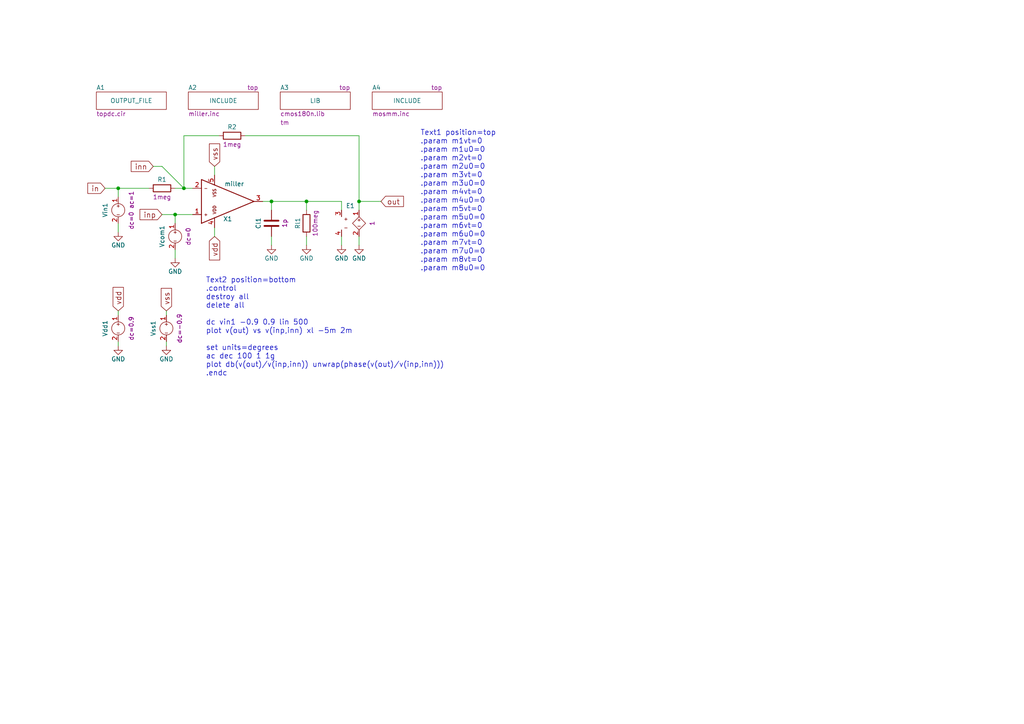
<source format=kicad_sch>
(kicad_sch (version 20211123) (generator eeschema)
  (paper "A4")
  (lib_symbols
    (symbol "power:GND" (power) (pin_names (offset 0))
      (property "Value" "GND" (at 0 -3.81 0))
      (symbol "GND_0_1"
        (polyline (pts (xy 0 0) (xy 0 -1.27) (xy 1.27 -1.27) (xy 0 -2.54) (xy -1.27 -1.27) (xy 0 -1.27)))
      )
      (symbol "GND_1_1"
        (pin power_in line (at 0 0 270) (length 0) hide (name "GND") (number "1"))
      )
    )
    (symbol "pyopus:CAP" (pin_numbers hide) (pin_names (offset 0.254))
      (property "Reference" "C" (at -3.81 0 90))
      (property "c" "<capacitance>" (at 3.81 0 90))
      (symbol "CAP_0_1"
        (polyline (pts (xy -2.032 -0.762) (xy 2.032 -0.762)) (stroke (width 0.508)))
        (polyline (pts (xy -2.032 0.762) (xy 2.032 0.762)) (stroke (width 0.508)))
      )
      (symbol "CAP_1_1"
        (pin passive line (at 0 3.81 270) (length 2.794) (name "~") (number "1"))
        (pin passive line (at 0 -3.81 90) (length 2.794) (name "~") (number "2"))
      )
    )
    (symbol "pyopus:INCLUDE" (pin_names (offset 1.016))
      (property "Reference" "A" (at -10.16 1.27 0))
      (property "Value" "INCLUDE" (at 0 -2.54 0))
      (property "Filename" "<file name>" (at -10.16 -6.35 0))
      (property "Position" "top" (at 10.16 1.27 0))
      (symbol "INCLUDE_0_1"
        (rectangle (start -10.16 0) (end 10.16 -5.08))
      )
    )
    (symbol "pyopus:LIB" (pin_names (offset 1.016))
      (property "Reference" "A" (at -10.16 1.27 0))
      (property "Value" "LIB" (at 0 -2.54 0))
      (property "Filename" "<file name>" (at -10.16 -6.35 0))
      (property "Section" "<section>" (at -10.16 -8.89 0))
      (property "Position" "top" (at 10.16 1.27 0))
      (symbol "LIB_0_1"
        (rectangle (start -10.16 0) (end 10.16 -5.08))
      )
    )
    (symbol "pyopus:OPAMP" (pin_names hide)
      (property "Reference" "X" (at 0 5.08 0))
      (property "Value" "OPAMP" (at 1.905 -5.08 0))
      (symbol "OPAMP_0_0"
        (text "+" (at -6.985 3.81 0) (effects (font (size 0.889 0.889)) (justify left)))
        (text "-" (at -6.985 -3.81 0) (effects (font (size 0.889 0.889)) (justify left)))
        (text "VDD" (at -3.81 3.81 900) (effects (font (size 0.889 0.889)) (justify right)))
        (text "VSS" (at -3.81 -3.81 900) (effects (font (size 0.889 0.889)) (justify left)))
      )
      (symbol "OPAMP_0_1"
        (polyline (pts (xy -7.62 6.35) (xy -7.62 -6.35) (xy 7.62 0) (xy -7.62 6.35)) (stroke (width 0.254)))
      )
      (symbol "OPAMP_1_1"
        (pin input line (at -10.16 3.81 0) (length 2.54) (name "+") (number "1"))
        (pin input line (at -10.16 -3.81 0) (length 2.54) (name "-") (number "2"))
        (pin output line (at 10.16 0 180) (length 2.54) (name "out") (number "3"))
        (pin input line (at -3.81 7.62 270) (length 2.921) (name "vdd") (number "4"))
        (pin input line (at -3.81 -7.62 90) (length 2.921) (name "vss") (number "5"))
      )
    )
    (symbol "pyopus:OUTPUT_FILE" (pin_names (offset 1.016))
      (property "Reference" "A" (at -10.16 1.27 0))
      (property "Value" "OUTPUT_FILE" (at 0 -2.54 0))
      (property "Name" "<file name>" (at -10.16 -6.35 0))
      (symbol "OUTPUT_FILE_0_1"
        (rectangle (start -10.16 0) (end 10.16 -5.08))
      )
    )
    (symbol "pyopus:RES" (pin_numbers hide) (pin_names (offset 0))
      (property "Reference" "R" (at -2.54 0 90))
      (property "r" "<resistance>" (at 2.54 0 90))
      (symbol "RES_0_1"
        (rectangle (start -1.016 -2.54) (end 1.016 2.54) (stroke (width 0.254)))
      )
      (symbol "RES_1_1"
        (pin passive line (at 0 3.81 270) (length 1.27) (name "~") (number "1"))
        (pin passive line (at 0 -3.81 90) (length 1.27) (name "~") (number "2"))
      )
    )
    (symbol "pyopus:VCVS" (pin_names (offset 0) hide)
      (property "Reference" "E" (at 0 5.08 0))
      (property "gain" "<gain>" (at 6.35 0 90))
      (symbol "VCVS_0_0"
        (polyline (pts (xy 2.54 1.905) (xy 0.635 0) (xy 2.54 -1.905) (xy 4.445 0) (xy 2.54 1.905)) (stroke (width 0.1524)))
        (text "+" (at -1.27 1.27 0) (effects (font (size 0.9906 0.9906))))
        (text "+" (at 2.54 1.016 0) (effects (font (size 0.9906 0.9906))))
        (text "-" (at -1.27 -1.27 0) (effects (font (size 0.9906 0.9906))))
        (text "-" (at 2.54 -0.762 0) (effects (font (size 0.9906 0.9906))))
      )
      (symbol "VCVS_1_1"
        (pin passive line (at 2.54 3.81 270) (length 1.905) (name "P") (number "1"))
        (pin power_out line (at 2.54 -3.81 90) (length 1.905) (name "N") (number "2"))
        (pin input line (at -2.54 3.81 270) (length 1.905) (name "CP") (number "3"))
        (pin input line (at -2.54 -3.81 90) (length 1.905) (name "CN") (number "4"))
      )
    )
    (symbol "pyopus:VSRC" (pin_names (offset 0) hide)
      (property "Reference" "V" (at -3.81 0 90))
      (property "Specification" "dc=0" (at 3.81 0 90))
      (symbol "VSRC_0_0"
        (circle (center 0 0) (radius 1.905) (stroke (width 0.1524)))
        (text "+" (at 0 1.27 0) (effects (font (size 0.9906 0.9906))))
        (text "-" (at 0 -1.27 0) (effects (font (size 0.9906 0.9906))))
      )
      (symbol "VSRC_1_1"
        (pin passive line (at 0 3.81 270) (length 1.905) (name "P") (number "1"))
        (pin power_out line (at 0 -3.81 90) (length 1.905) (name "N") (number "2"))
      )
    )
  )
  (junction (at 104.14 58.42))
  (junction (at 50.8 62.23))
  (junction (at 34.29 54.61))
  (junction (at 53.34 54.61))
  (junction (at 88.9 58.42))
  (junction (at 78.74 58.42))
  (wire (pts (xy 88.9 58.42) (xy 99.06 58.42)))
  (wire (pts (xy 76.2 58.42) (xy 78.74 58.42)))
  (wire (pts (xy 46.99 48.26) (xy 44.45 48.26)))
  (wire (pts (xy 104.14 58.42) (xy 110.49 58.42)))
  (wire (pts (xy 53.34 54.61) (xy 55.88 54.61)))
  (wire (pts (xy 50.8 54.61) (xy 53.34 54.61)))
  (wire (pts (xy 34.29 57.15) (xy 34.29 54.61)))
  (wire (pts (xy 88.9 68.58) (xy 88.9 71.12)))
  (wire (pts (xy 48.26 99.06) (xy 48.26 100.33)))
  (wire (pts (xy 104.14 58.42) (xy 104.14 60.96)))
  (wire (pts (xy 53.34 39.37) (xy 63.5 39.37)))
  (wire (pts (xy 62.23 66.04) (xy 62.23 68.58)))
  (wire (pts (xy 50.8 62.23) (xy 55.88 62.23)))
  (wire (pts (xy 34.29 99.06) (xy 34.29 100.33)))
  (wire (pts (xy 71.12 39.37) (xy 104.14 39.37)))
  (wire (pts (xy 53.34 54.61) (xy 46.99 48.26)))
  (wire (pts (xy 34.29 54.61) (xy 43.18 54.61)))
  (wire (pts (xy 78.74 58.42) (xy 88.9 58.42)))
  (wire (pts (xy 62.23 50.8) (xy 62.23 48.26)))
  (wire (pts (xy 30.48 54.61) (xy 34.29 54.61)))
  (wire (pts (xy 88.9 58.42) (xy 88.9 60.96)))
  (wire (pts (xy 104.14 39.37) (xy 104.14 58.42)))
  (wire (pts (xy 78.74 71.12) (xy 78.74 68.58)))
  (wire (pts (xy 99.06 58.42) (xy 99.06 60.96)))
  (wire (pts (xy 46.99 62.23) (xy 50.8 62.23)))
  (wire (pts (xy 50.8 62.23) (xy 50.8 64.77)))
  (wire (pts (xy 99.06 68.58) (xy 99.06 71.12)))
  (wire (pts (xy 53.34 39.37) (xy 53.34 54.61)))
  (wire (pts (xy 50.8 72.39) (xy 50.8 74.93)))
  (wire (pts (xy 78.74 60.96) (xy 78.74 58.42)))
  (wire (pts (xy 104.14 68.58) (xy 104.14 71.12)))
  (wire (pts (xy 34.29 64.77) (xy 34.29 67.31)))
  (wire (pts (xy 34.29 91.44) (xy 34.29 90.17)))
  (wire (pts (xy 48.26 91.44) (xy 48.26 90.17)))
  (text "Text1 position=top\n.param m1vt=0\n.param m1u0=0\n.param m2vt=0\n.param m2u0=0\n.param m3vt=0\n.param m3u0=0\n.param m4vt=0\n.param m4u0=0\n.param m5vt=0\n.param m5u0=0\n.param m6vt=0\n.param m6u0=0\n.param m7vt=0\n.param m7u0=0\n.param m8vt=0\n.param m8u0=0\n" (at 121.92 78.74 0) (effects (font (size 1.524 1.524)) (justify left bottom)))
  (text "Text2 position=bottom\n.control\ndestroy all\ndelete all\n\ndc vin1 -0.9 0.9 lin 500\nplot v(out) vs v(inp,inn) xl -5m 2m\n\nset units=degrees\nac dec 100 1 1g\nplot db(v(out)/v(inp,inn)) unwrap(phase(v(out)/v(inp,inn)))\n.endc\n" (at 59.69 109.22 0) (effects (font (size 1.524 1.524)) (justify left bottom)))
  (global_label "vdd" (shape input) (at 62.23 68.58 270) (effects (font (size 1.524 1.524))) (property "Intersheet References" "${INTERSHEET_REFS}" (effects hide)))
  (global_label "vss" (shape input) (at 62.23 48.26 90) (effects (font (size 1.524 1.524))) (property "Intersheet References" "${INTERSHEET_REFS}" (effects hide)))
  (global_label "in" (shape input) (at 30.48 54.61 180) (effects (font (size 1.524 1.524))) (property "Intersheet References" "${INTERSHEET_REFS}" (effects hide)))
  (global_label "inp" (shape input) (at 46.99 62.23 180) (effects (font (size 1.524 1.524))) (property "Intersheet References" "${INTERSHEET_REFS}" (effects hide)))
  (global_label "out" (shape input) (at 110.49 58.42 0) (effects (font (size 1.524 1.524))) (property "Intersheet References" "${INTERSHEET_REFS}" (effects hide)))
  (global_label "vdd" (shape input) (at 34.29 90.17 90) (effects (font (size 1.524 1.524))) (property "Intersheet References" "${INTERSHEET_REFS}" (effects hide)))
  (global_label "inn" (shape input) (at 44.45 48.26 180) (effects (font (size 1.524 1.524))) (property "Intersheet References" "${INTERSHEET_REFS}" (effects hide)))
  (global_label "vss" (shape input) (at 48.26 90.17 90) (effects (font (size 1.524 1.524))) (property "Intersheet References" "${INTERSHEET_REFS}" (effects hide)))
  (symbol (lib_id "pyopus:OPAMP") (at 66.04 58.42 0) (mirror x) (unit 1)
    (property "Reference" "X1" (at 66.04 63.5 0))
    (property "Value" "miller" (at 67.945 53.34 0))
  )
  (symbol (lib_id "pyopus:VSRC") (at 48.26 95.25 0) (unit 1)
    (property "Reference" "Vss1" (at 44.45 95.25 90))
    (property "Value" "VSRC" (effects hide))
    (property "Specification" "dc=-0.9" (at 52.07 95.25 90))
  )
  (symbol (lib_id "pyopus:VSRC") (at 34.29 95.25 0) (unit 1)
    (property "Reference" "Vdd1" (at 30.48 95.25 90))
    (property "Value" "VSRC" (effects hide))
    (property "Specification" "dc=0.9" (at 38.1 95.25 90))
  )
  (symbol (lib_id "pyopus:RES") (at 67.31 39.37 270) (unit 1)
    (property "Reference" "R2" (at 67.31 36.83 90))
    (property "Value" "RES" (effects hide))
    (property "r" "1meg" (at 67.31 41.91 90))
  )
  (symbol (lib_id "pyopus:RES") (at 46.99 54.61 270) (unit 1)
    (property "Reference" "R1" (at 46.99 52.07 90))
    (property "Value" "RES" (effects hide))
    (property "r" "1meg" (at 46.99 57.15 90))
  )
  (symbol (lib_id "pyopus:VSRC") (at 50.8 68.58 0) (unit 1)
    (property "Reference" "Vcom1" (at 46.99 68.58 90))
    (property "Value" "VSRC" (effects hide))
    (property "Specification" "dc=0" (at 54.61 68.58 90))
  )
  (symbol (lib_id "power:GND") (at 48.26 100.33 0) (unit 1)
    (property "Reference" "#PWR01" (effects hide))
    (property "Value" "GND" (at 48.26 104.14 0))
  )
  (symbol (lib_id "power:GND") (at 34.29 100.33 0) (unit 1)
    (property "Reference" "#PWR02" (effects hide))
    (property "Value" "GND" (at 34.29 104.14 0))
  )
  (symbol (lib_id "power:GND") (at 50.8 74.93 0) (unit 1)
    (property "Reference" "#PWR03" (effects hide))
    (property "Value" "GND" (at 50.8 78.74 0))
  )
  (symbol (lib_id "pyopus:VSRC") (at 34.29 60.96 0) (unit 1)
    (property "Reference" "Vin1" (at 30.48 60.96 90))
    (property "Value" "VSRC" (effects hide))
    (property "Specification" "dc=0 ac=1" (at 38.1 60.96 90))
  )
  (symbol (lib_id "power:GND") (at 34.29 67.31 0) (unit 1)
    (property "Reference" "#PWR04" (effects hide))
    (property "Value" "GND" (at 34.29 71.12 0))
  )
  (symbol (lib_id "pyopus:OUTPUT_FILE") (at 38.1 26.67 0) (unit 1)
    (property "Reference" "A1" (at 27.94 25.4 0) (effects (justify left)))
    (property "Value" "OUTPUT_FILE" (at 38.1 29.21 0))
    (property "Name" "topdc.cir" (at 27.94 33.02 0) (effects (justify left)))
  )
  (symbol (lib_id "pyopus:INCLUDE") (at 64.77 26.67 0) (unit 1)
    (property "Reference" "A2" (at 54.61 25.4 0) (effects (justify left)))
    (property "Value" "INCLUDE" (at 64.77 29.21 0))
    (property "Filename" "miller.inc" (at 54.61 33.02 0) (effects (justify left)))
    (property "Position" "top" (at 74.93 25.4 0) (effects (justify right)))
  )
  (symbol (lib_id "pyopus:LIB") (at 91.44 26.67 0) (unit 1)
    (property "Reference" "A3" (at 81.28 25.4 0) (effects (justify left)))
    (property "Value" "LIB" (at 91.44 29.21 0))
    (property "Filename" "cmos180n.lib" (at 81.28 33.02 0) (effects (justify left)))
    (property "Section" "tm" (at 81.28 35.56 0) (effects (justify left)))
    (property "Position" "top" (at 101.6 25.4 0) (effects (justify right)))
  )
  (symbol (lib_id "pyopus:CAP") (at 78.74 64.77 0) (unit 1)
    (property "Reference" "Cl1" (at 74.93 64.77 90))
    (property "Value" "CAP" (effects hide))
    (property "c" "1p" (at 82.55 64.77 90))
  )
  (symbol (lib_id "power:GND") (at 78.74 71.12 0) (unit 1)
    (property "Reference" "#PWR05" (effects hide))
    (property "Value" "GND" (at 78.74 74.93 0))
  )
  (symbol (lib_id "pyopus:INCLUDE") (at 118.11 26.67 0) (unit 1)
    (property "Reference" "A4" (at 107.95 25.4 0) (effects (justify left)))
    (property "Value" "INCLUDE" (at 118.11 29.21 0))
    (property "Filename" "mosmm.inc" (at 107.95 33.02 0) (effects (justify left)))
    (property "Position" "top" (at 128.27 25.4 0) (effects (justify right)))
  )
  (symbol (lib_id "pyopus:VCVS") (at 101.6 64.77 0) (unit 1)
    (property "Reference" "E1" (at 101.6 59.69 0))
    (property "Value" "VCVS" (effects hide))
    (property "gain" "1" (at 107.95 64.77 90))
  )
  (symbol (lib_id "power:GND") (at 104.14 71.12 0) (unit 1)
    (property "Reference" "#PWR06" (effects hide))
    (property "Value" "GND" (at 104.14 74.93 0))
  )
  (symbol (lib_id "power:GND") (at 99.06 71.12 0) (unit 1)
    (property "Reference" "#PWR07" (effects hide))
    (property "Value" "GND" (at 99.06 74.93 0))
  )
  (symbol (lib_id "pyopus:RES") (at 88.9 64.77 0) (unit 1)
    (property "Reference" "Rl1" (at 86.36 64.77 90))
    (property "Value" "RES" (effects hide))
    (property "r" "100meg" (at 91.44 64.77 90))
  )
  (symbol (lib_id "power:GND") (at 88.9 71.12 0) (unit 1)
    (property "Reference" "#PWR08" (effects hide))
    (property "Value" "GND" (at 88.9 74.93 0))
  )
)
</source>
